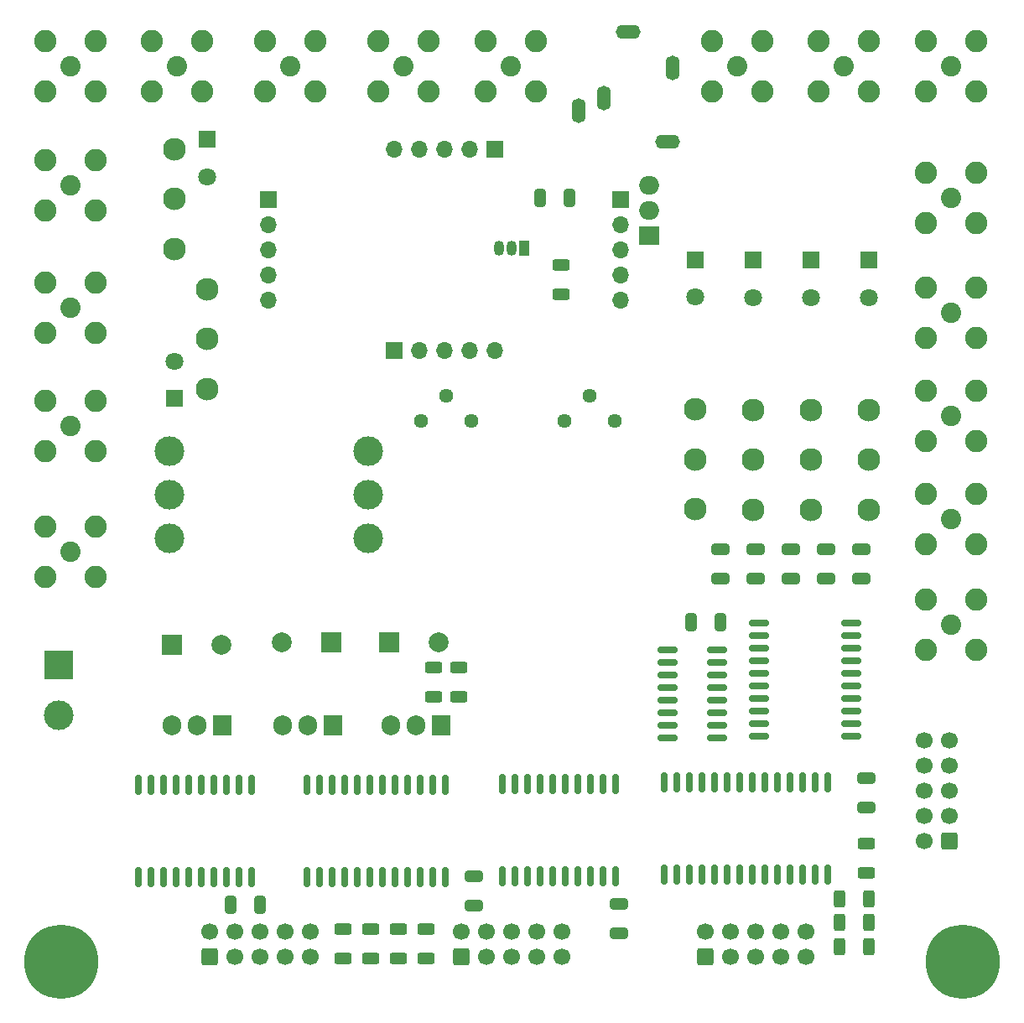
<source format=gbr>
%TF.GenerationSoftware,KiCad,Pcbnew,9.0.2*%
%TF.CreationDate,2025-07-28T11:32:36-05:00*%
%TF.ProjectId,K9HZ_100W_11band_LPF-Control,4b39485a-5f31-4303-9057-5f313162616e,rev?*%
%TF.SameCoordinates,Original*%
%TF.FileFunction,Soldermask,Bot*%
%TF.FilePolarity,Negative*%
%FSLAX46Y46*%
G04 Gerber Fmt 4.6, Leading zero omitted, Abs format (unit mm)*
G04 Created by KiCad (PCBNEW 9.0.2) date 2025-07-28 11:32:36*
%MOMM*%
%LPD*%
G01*
G04 APERTURE LIST*
G04 Aperture macros list*
%AMRoundRect*
0 Rectangle with rounded corners*
0 $1 Rounding radius*
0 $2 $3 $4 $5 $6 $7 $8 $9 X,Y pos of 4 corners*
0 Add a 4 corners polygon primitive as box body*
4,1,4,$2,$3,$4,$5,$6,$7,$8,$9,$2,$3,0*
0 Add four circle primitives for the rounded corners*
1,1,$1+$1,$2,$3*
1,1,$1+$1,$4,$5*
1,1,$1+$1,$6,$7*
1,1,$1+$1,$8,$9*
0 Add four rect primitives between the rounded corners*
20,1,$1+$1,$2,$3,$4,$5,0*
20,1,$1+$1,$4,$5,$6,$7,0*
20,1,$1+$1,$6,$7,$8,$9,0*
20,1,$1+$1,$8,$9,$2,$3,0*%
G04 Aperture macros list end*
%ADD10C,2.050000*%
%ADD11C,2.250000*%
%ADD12R,1.700000X1.700000*%
%ADD13O,1.700000X1.700000*%
%ADD14R,3.000000X3.000000*%
%ADD15C,3.000000*%
%ADD16C,1.440000*%
%ADD17RoundRect,0.250000X0.600000X-0.600000X0.600000X0.600000X-0.600000X0.600000X-0.600000X-0.600000X0*%
%ADD18C,1.700000*%
%ADD19R,1.905000X2.000000*%
%ADD20O,1.905000X2.000000*%
%ADD21C,7.500000*%
%ADD22C,2.300000*%
%ADD23R,1.800000X1.800000*%
%ADD24C,1.800000*%
%ADD25RoundRect,0.250000X0.600000X0.600000X-0.600000X0.600000X-0.600000X-0.600000X0.600000X-0.600000X0*%
%ADD26R,2.000000X2.000000*%
%ADD27C,2.000000*%
%ADD28RoundRect,0.250000X-0.625000X0.312500X-0.625000X-0.312500X0.625000X-0.312500X0.625000X0.312500X0*%
%ADD29RoundRect,0.250000X-0.650000X0.325000X-0.650000X-0.325000X0.650000X-0.325000X0.650000X0.325000X0*%
%ADD30RoundRect,0.250000X-0.325000X-0.650000X0.325000X-0.650000X0.325000X0.650000X-0.325000X0.650000X0*%
%ADD31RoundRect,0.250000X-0.312500X-0.625000X0.312500X-0.625000X0.312500X0.625000X-0.312500X0.625000X0*%
%ADD32RoundRect,0.250000X0.625000X-0.312500X0.625000X0.312500X-0.625000X0.312500X-0.625000X-0.312500X0*%
%ADD33RoundRect,0.250000X0.650000X-0.325000X0.650000X0.325000X-0.650000X0.325000X-0.650000X-0.325000X0*%
%ADD34RoundRect,0.150000X0.150000X-0.875000X0.150000X0.875000X-0.150000X0.875000X-0.150000X-0.875000X0*%
%ADD35R,2.000000X1.905000*%
%ADD36O,2.000000X1.905000*%
%ADD37RoundRect,0.250000X0.325000X0.650000X-0.325000X0.650000X-0.325000X-0.650000X0.325000X-0.650000X0*%
%ADD38O,1.400000X2.500000*%
%ADD39O,2.500000X1.400000*%
%ADD40RoundRect,0.150000X-0.150000X0.875000X-0.150000X-0.875000X0.150000X-0.875000X0.150000X0.875000X0*%
%ADD41RoundRect,0.150000X-0.875000X-0.150000X0.875000X-0.150000X0.875000X0.150000X-0.875000X0.150000X0*%
%ADD42R,1.050000X1.500000*%
%ADD43O,1.050000X1.500000*%
%ADD44RoundRect,0.150000X-0.825000X-0.150000X0.825000X-0.150000X0.825000X0.150000X-0.825000X0.150000X0*%
G04 APERTURE END LIST*
D10*
%TO.C,J3*%
X154305000Y-48260000D03*
D11*
X156845000Y-50800000D03*
X156845000Y-45720000D03*
X151765000Y-50800000D03*
X151765000Y-45720000D03*
%TD*%
D10*
%TO.C,J10*%
X65405000Y-72644000D03*
D11*
X67945000Y-70104000D03*
X62865000Y-70104000D03*
X67945000Y-75184000D03*
X62865000Y-75184000D03*
%TD*%
D12*
%TO.C,J16.2*%
X85418000Y-61722000D03*
D13*
X85418000Y-64262000D03*
X85418000Y-66802000D03*
X85418000Y-69342000D03*
X85418000Y-71882000D03*
%TD*%
D12*
%TO.C,J17.1*%
X108278000Y-56642000D03*
D13*
X105738000Y-56642000D03*
X103198000Y-56642000D03*
X100658000Y-56642000D03*
X98118000Y-56642000D03*
%TD*%
D10*
%TO.C,J8*%
X65405000Y-48260000D03*
D11*
X67945000Y-50800000D03*
X67945000Y-45720000D03*
X62865000Y-50800000D03*
X62865000Y-45720000D03*
%TD*%
D14*
%TO.C,J20*%
X64262000Y-108712000D03*
D15*
X64262000Y-113792000D03*
%TD*%
D16*
%TO.C,RV19*%
X100828000Y-84079000D03*
X103368000Y-81539000D03*
X105908000Y-84079000D03*
%TD*%
D17*
%TO.C,J1*%
X129540000Y-138176000D03*
D18*
X129540000Y-135636000D03*
X132080000Y-138176000D03*
X132080000Y-135636000D03*
X134620000Y-138176000D03*
X134620000Y-135636000D03*
X137160000Y-138176000D03*
X137160000Y-135636000D03*
X139700000Y-138176000D03*
X139700000Y-135636000D03*
%TD*%
D19*
%TO.C,U13*%
X102870000Y-114808000D03*
D20*
X100330000Y-114808000D03*
X97790000Y-114808000D03*
%TD*%
D21*
%TO.C,H2*%
X64516000Y-138684000D03*
%TD*%
D22*
%TO.C,K5*%
X140208000Y-88008000D03*
X140208000Y-82968000D03*
X140208000Y-93048000D03*
D23*
X140208000Y-67848000D03*
D24*
X140208000Y-71628000D03*
%TD*%
D10*
%TO.C,J18*%
X132715000Y-48260000D03*
D11*
X135255000Y-50800000D03*
X135255000Y-45720000D03*
X130175000Y-50800000D03*
X130175000Y-45720000D03*
%TD*%
D25*
%TO.C,J21*%
X154178000Y-126492000D03*
D18*
X151638000Y-126492000D03*
X154178000Y-123952000D03*
X151638000Y-123952000D03*
X154178000Y-121412000D03*
X151638000Y-121412000D03*
X154178000Y-118872000D03*
X151638000Y-118872000D03*
X154178000Y-116332000D03*
X151638000Y-116332000D03*
%TD*%
D22*
%TO.C,K7*%
X128524000Y-87975000D03*
X128524000Y-82935000D03*
X128524000Y-93015000D03*
D23*
X128524000Y-67815000D03*
D24*
X128524000Y-71595000D03*
%TD*%
D10*
%TO.C,J23*%
X65405000Y-97282000D03*
D11*
X67945000Y-94742000D03*
X62865000Y-94742000D03*
X67945000Y-99822000D03*
X62865000Y-99822000D03*
%TD*%
D12*
%TO.C,J17.2*%
X98118000Y-76962000D03*
D13*
X100658000Y-76962000D03*
X103198000Y-76962000D03*
X105738000Y-76962000D03*
X108278000Y-76962000D03*
%TD*%
D10*
%TO.C,J11*%
X154305000Y-73152000D03*
D11*
X151765000Y-75692000D03*
X156845000Y-75692000D03*
X151765000Y-70612000D03*
X156845000Y-70612000D03*
%TD*%
D22*
%TO.C,K6*%
X134366000Y-88008000D03*
X134366000Y-82968000D03*
X134366000Y-93048000D03*
D23*
X134366000Y-67848000D03*
D24*
X134366000Y-71628000D03*
%TD*%
D19*
%TO.C,U11*%
X80772000Y-114808000D03*
D20*
X78232000Y-114808000D03*
X75692000Y-114808000D03*
%TD*%
D10*
%TO.C,J5*%
X87630000Y-48260000D03*
D11*
X90170000Y-50800000D03*
X90170000Y-45720000D03*
X85090000Y-50800000D03*
X85090000Y-45720000D03*
%TD*%
D16*
%TO.C,RV27*%
X115316000Y-84079000D03*
X117856000Y-81539000D03*
X120396000Y-84079000D03*
%TD*%
D26*
%TO.C,C134*%
X97616000Y-106426000D03*
D27*
X102616000Y-106426000D03*
%TD*%
D10*
%TO.C,J14*%
X154305000Y-104648000D03*
D11*
X151765000Y-107188000D03*
X156845000Y-107188000D03*
X151765000Y-102108000D03*
X156845000Y-102108000D03*
%TD*%
D22*
%TO.C,K4*%
X146050000Y-88008000D03*
X146050000Y-82968000D03*
X146050000Y-93048000D03*
D23*
X146050000Y-67848000D03*
D24*
X146050000Y-71628000D03*
%TD*%
D26*
%TO.C,C142*%
X91775677Y-106426000D03*
D27*
X86775677Y-106426000D03*
%TD*%
D10*
%TO.C,J13*%
X154305000Y-93980000D03*
D11*
X151765000Y-96520000D03*
X156845000Y-96520000D03*
X151765000Y-91440000D03*
X156845000Y-91440000D03*
%TD*%
D10*
%TO.C,J16*%
X65405000Y-84582000D03*
D11*
X67945000Y-82042000D03*
X62865000Y-82042000D03*
X67945000Y-87122000D03*
X62865000Y-87122000D03*
%TD*%
D10*
%TO.C,J4*%
X109855000Y-48260000D03*
D11*
X112395000Y-50800000D03*
X112395000Y-45720000D03*
X107315000Y-50800000D03*
X107315000Y-45720000D03*
%TD*%
D15*
%TO.C,L44*%
X75438000Y-87122000D03*
X95504000Y-87122000D03*
X75438000Y-95952000D03*
X95504000Y-95952000D03*
X95504000Y-91537000D03*
X75438000Y-91537000D03*
%TD*%
D17*
%TO.C,J25*%
X79502000Y-138176000D03*
D18*
X79502000Y-135636000D03*
X82042000Y-138176000D03*
X82042000Y-135636000D03*
X84582000Y-138176000D03*
X84582000Y-135636000D03*
X87122000Y-138176000D03*
X87122000Y-135636000D03*
X89662000Y-138176000D03*
X89662000Y-135636000D03*
%TD*%
D17*
%TO.C,J24*%
X104902000Y-138176000D03*
D18*
X104902000Y-135636000D03*
X107442000Y-138176000D03*
X107442000Y-135636000D03*
X109982000Y-138176000D03*
X109982000Y-135636000D03*
X112522000Y-138176000D03*
X112522000Y-135636000D03*
X115062000Y-138176000D03*
X115062000Y-135636000D03*
%TD*%
D19*
%TO.C,U16*%
X91948000Y-114808000D03*
D20*
X89408000Y-114808000D03*
X86868000Y-114808000D03*
%TD*%
D10*
%TO.C,J7*%
X76200000Y-48260000D03*
D11*
X78740000Y-50800000D03*
X78740000Y-45720000D03*
X73660000Y-50800000D03*
X73660000Y-45720000D03*
%TD*%
D12*
%TO.C,J16.1*%
X120978000Y-61722000D03*
D13*
X120978000Y-64262000D03*
X120978000Y-66802000D03*
X120978000Y-69342000D03*
X120978000Y-71882000D03*
%TD*%
D26*
%TO.C,C131*%
X75692000Y-106680000D03*
D27*
X80692000Y-106680000D03*
%TD*%
D10*
%TO.C,J12*%
X154305000Y-83566000D03*
D11*
X151765000Y-86106000D03*
X156845000Y-86106000D03*
X151765000Y-81026000D03*
X156845000Y-81026000D03*
%TD*%
D10*
%TO.C,J6*%
X99060000Y-48260000D03*
D11*
X101600000Y-50800000D03*
X101600000Y-45720000D03*
X96520000Y-50800000D03*
X96520000Y-45720000D03*
%TD*%
D21*
%TO.C,H1*%
X155516000Y-138684000D03*
%TD*%
D10*
%TO.C,J15*%
X143510000Y-48260000D03*
D11*
X146050000Y-50800000D03*
X146050000Y-45720000D03*
X140970000Y-50800000D03*
X140970000Y-45720000D03*
%TD*%
D10*
%TO.C,J9*%
X65405000Y-60325000D03*
D11*
X67945000Y-57785000D03*
X62865000Y-57785000D03*
X67945000Y-62865000D03*
X62865000Y-62865000D03*
%TD*%
D10*
%TO.C,J2*%
X154305000Y-61595000D03*
D11*
X151765000Y-64135000D03*
X156845000Y-64135000D03*
X151765000Y-59055000D03*
X156845000Y-59055000D03*
%TD*%
D28*
%TO.C,R10*%
X95758000Y-135443500D03*
X95758000Y-138368500D03*
%TD*%
D29*
%TO.C,C129*%
X120750000Y-132875000D03*
X120750000Y-135825000D03*
%TD*%
D30*
%TO.C,C128*%
X81575000Y-132950000D03*
X84525000Y-132950000D03*
%TD*%
D31*
%TO.C,R1*%
X143063500Y-137160000D03*
X145988500Y-137160000D03*
%TD*%
D32*
%TO.C,R12*%
X102108000Y-111952500D03*
X102108000Y-109027500D03*
%TD*%
D33*
%TO.C,C2*%
X145288000Y-100027000D03*
X145288000Y-97077000D03*
%TD*%
%TO.C,C3*%
X141732000Y-100027000D03*
X141732000Y-97077000D03*
%TD*%
D32*
%TO.C,R14*%
X104648000Y-111952500D03*
X104648000Y-109027500D03*
%TD*%
D34*
%TO.C,U12*%
X103251000Y-130126000D03*
X101981000Y-130126000D03*
X100711000Y-130126000D03*
X99441000Y-130126000D03*
X98171000Y-130126000D03*
X96901000Y-130126000D03*
X95631000Y-130126000D03*
X94361000Y-130126000D03*
X93091000Y-130126000D03*
X91821000Y-130126000D03*
X90551000Y-130126000D03*
X89281000Y-130126000D03*
X89281000Y-120826000D03*
X90551000Y-120826000D03*
X91821000Y-120826000D03*
X93091000Y-120826000D03*
X94361000Y-120826000D03*
X95631000Y-120826000D03*
X96901000Y-120826000D03*
X98171000Y-120826000D03*
X99441000Y-120826000D03*
X100711000Y-120826000D03*
X101981000Y-120826000D03*
X103251000Y-120826000D03*
%TD*%
D28*
%TO.C,R9*%
X98552000Y-135443500D03*
X98552000Y-138368500D03*
%TD*%
D35*
%TO.C,Q1*%
X123825000Y-65405000D03*
D36*
X123825000Y-62865000D03*
X123825000Y-60325000D03*
%TD*%
D28*
%TO.C,R8*%
X101346000Y-135443500D03*
X101346000Y-138368500D03*
%TD*%
D37*
%TO.C,C19*%
X115775000Y-61595000D03*
X112825000Y-61595000D03*
%TD*%
D33*
%TO.C,C11*%
X131050000Y-100027000D03*
X131050000Y-97077000D03*
%TD*%
D37*
%TO.C,C12*%
X131015000Y-104394000D03*
X128065000Y-104394000D03*
%TD*%
D22*
%TO.C,K2*%
X75946000Y-61682000D03*
X75946000Y-66722000D03*
X75946000Y-56642000D03*
D23*
X75946000Y-81842000D03*
D24*
X75946000Y-78062000D03*
%TD*%
D38*
%TO.C,J19*%
X116730000Y-52780000D03*
X119230000Y-51480000D03*
D39*
X121730000Y-44780000D03*
D38*
X126230000Y-48480000D03*
D39*
X125730000Y-55880000D03*
%TD*%
D22*
%TO.C,K3*%
X79248000Y-75816000D03*
X79248000Y-70776000D03*
X79248000Y-80856000D03*
D23*
X79248000Y-55656000D03*
D24*
X79248000Y-59436000D03*
%TD*%
D33*
%TO.C,C5*%
X134620000Y-100027000D03*
X134620000Y-97077000D03*
%TD*%
D40*
%TO.C,U15*%
X125349000Y-120572000D03*
X126619000Y-120572000D03*
X127889000Y-120572000D03*
X129159000Y-120572000D03*
X130429000Y-120572000D03*
X131699000Y-120572000D03*
X132969000Y-120572000D03*
X134239000Y-120572000D03*
X135509000Y-120572000D03*
X136779000Y-120572000D03*
X138049000Y-120572000D03*
X139319000Y-120572000D03*
X140589000Y-120572000D03*
X141859000Y-120572000D03*
X141859000Y-129872000D03*
X140589000Y-129872000D03*
X139319000Y-129872000D03*
X138049000Y-129872000D03*
X136779000Y-129872000D03*
X135509000Y-129872000D03*
X134239000Y-129872000D03*
X132969000Y-129872000D03*
X131699000Y-129872000D03*
X130429000Y-129872000D03*
X129159000Y-129872000D03*
X127889000Y-129872000D03*
X126619000Y-129872000D03*
X125349000Y-129872000D03*
%TD*%
D32*
%TO.C,R7*%
X114935000Y-71312500D03*
X114935000Y-68387500D03*
%TD*%
D41*
%TO.C,U4*%
X134950000Y-115960000D03*
X134950000Y-114690000D03*
X134950000Y-113420000D03*
X134950000Y-112150000D03*
X134950000Y-110880000D03*
X134950000Y-109610000D03*
X134950000Y-108340000D03*
X134950000Y-107070000D03*
X134950000Y-105800000D03*
X134950000Y-104530000D03*
X144250000Y-104530000D03*
X144250000Y-105800000D03*
X144250000Y-107070000D03*
X144250000Y-108340000D03*
X144250000Y-109610000D03*
X144250000Y-110880000D03*
X144250000Y-112150000D03*
X144250000Y-113420000D03*
X144250000Y-114690000D03*
X144250000Y-115960000D03*
%TD*%
D42*
%TO.C,Q2*%
X111252000Y-66654000D03*
D43*
X109982000Y-66654000D03*
X108712000Y-66654000D03*
%TD*%
D33*
%TO.C,C141*%
X145796000Y-123141000D03*
X145796000Y-120191000D03*
%TD*%
D40*
%TO.C,U10*%
X108985000Y-120750000D03*
X110255000Y-120750000D03*
X111525000Y-120750000D03*
X112795000Y-120750000D03*
X114065000Y-120750000D03*
X115335000Y-120750000D03*
X116605000Y-120750000D03*
X117875000Y-120750000D03*
X119145000Y-120750000D03*
X120415000Y-120750000D03*
X120415000Y-130050000D03*
X119145000Y-130050000D03*
X117875000Y-130050000D03*
X116605000Y-130050000D03*
X115335000Y-130050000D03*
X114065000Y-130050000D03*
X112795000Y-130050000D03*
X111525000Y-130050000D03*
X110255000Y-130050000D03*
X108985000Y-130050000D03*
%TD*%
D31*
%TO.C,R2*%
X143063500Y-134747000D03*
X145988500Y-134747000D03*
%TD*%
D40*
%TO.C,U9*%
X72235000Y-120850000D03*
X73505000Y-120850000D03*
X74775000Y-120850000D03*
X76045000Y-120850000D03*
X77315000Y-120850000D03*
X78585000Y-120850000D03*
X79855000Y-120850000D03*
X81125000Y-120850000D03*
X82395000Y-120850000D03*
X83665000Y-120850000D03*
X83665000Y-130150000D03*
X82395000Y-130150000D03*
X81125000Y-130150000D03*
X79855000Y-130150000D03*
X78585000Y-130150000D03*
X77315000Y-130150000D03*
X76045000Y-130150000D03*
X74775000Y-130150000D03*
X73505000Y-130150000D03*
X72235000Y-130150000D03*
%TD*%
D29*
%TO.C,C130*%
X106172000Y-130048000D03*
X106172000Y-132998000D03*
%TD*%
D44*
%TO.C,U2*%
X125733000Y-116078000D03*
X125733000Y-114808000D03*
X125733000Y-113538000D03*
X125733000Y-112268000D03*
X125733000Y-110998000D03*
X125733000Y-109728000D03*
X125733000Y-108458000D03*
X125733000Y-107188000D03*
X130683000Y-107188000D03*
X130683000Y-108458000D03*
X130683000Y-109728000D03*
X130683000Y-110998000D03*
X130683000Y-112268000D03*
X130683000Y-113538000D03*
X130683000Y-114808000D03*
X130683000Y-116078000D03*
%TD*%
D28*
%TO.C,R15*%
X145796000Y-126807500D03*
X145796000Y-129732500D03*
%TD*%
D31*
%TO.C,R3*%
X143063500Y-132334000D03*
X145988500Y-132334000D03*
%TD*%
D33*
%TO.C,C4*%
X138176000Y-100027000D03*
X138176000Y-97077000D03*
%TD*%
D28*
%TO.C,R11*%
X92964000Y-135443500D03*
X92964000Y-138368500D03*
%TD*%
M02*

</source>
